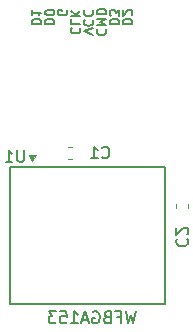
<source format=gbr>
G04 #@! TF.GenerationSoftware,KiCad,Pcbnew,(5.1.8)-1*
G04 #@! TF.CreationDate,2021-01-19T07:48:20+02:00*
G04 #@! TF.ProjectId,emmc-adapter,656d6d63-2d61-4646-9170-7465722e6b69,rev?*
G04 #@! TF.SameCoordinates,Original*
G04 #@! TF.FileFunction,Legend,Bot*
G04 #@! TF.FilePolarity,Positive*
%FSLAX46Y46*%
G04 Gerber Fmt 4.6, Leading zero omitted, Abs format (unit mm)*
G04 Created by KiCad (PCBNEW (5.1.8)-1) date 2021-01-19 07:48:20*
%MOMM*%
%LPD*%
G01*
G04 APERTURE LIST*
%ADD10C,0.150000*%
%ADD11C,0.127000*%
%ADD12C,0.100000*%
%ADD13C,0.120000*%
G04 APERTURE END LIST*
D10*
X122814285Y-80902380D02*
X122576190Y-81902380D01*
X122385714Y-81188095D01*
X122195238Y-81902380D01*
X121957142Y-80902380D01*
X121242857Y-81378571D02*
X121576190Y-81378571D01*
X121576190Y-81902380D02*
X121576190Y-80902380D01*
X121100000Y-80902380D01*
X120385714Y-81378571D02*
X120242857Y-81426190D01*
X120195238Y-81473809D01*
X120147619Y-81569047D01*
X120147619Y-81711904D01*
X120195238Y-81807142D01*
X120242857Y-81854761D01*
X120338095Y-81902380D01*
X120719047Y-81902380D01*
X120719047Y-80902380D01*
X120385714Y-80902380D01*
X120290476Y-80950000D01*
X120242857Y-80997619D01*
X120195238Y-81092857D01*
X120195238Y-81188095D01*
X120242857Y-81283333D01*
X120290476Y-81330952D01*
X120385714Y-81378571D01*
X120719047Y-81378571D01*
X119195238Y-80950000D02*
X119290476Y-80902380D01*
X119433333Y-80902380D01*
X119576190Y-80950000D01*
X119671428Y-81045238D01*
X119719047Y-81140476D01*
X119766666Y-81330952D01*
X119766666Y-81473809D01*
X119719047Y-81664285D01*
X119671428Y-81759523D01*
X119576190Y-81854761D01*
X119433333Y-81902380D01*
X119338095Y-81902380D01*
X119195238Y-81854761D01*
X119147619Y-81807142D01*
X119147619Y-81473809D01*
X119338095Y-81473809D01*
X118766666Y-81616666D02*
X118290476Y-81616666D01*
X118861904Y-81902380D02*
X118528571Y-80902380D01*
X118195238Y-81902380D01*
X117338095Y-81902380D02*
X117909523Y-81902380D01*
X117623809Y-81902380D02*
X117623809Y-80902380D01*
X117719047Y-81045238D01*
X117814285Y-81140476D01*
X117909523Y-81188095D01*
X116433333Y-80902380D02*
X116909523Y-80902380D01*
X116957142Y-81378571D01*
X116909523Y-81330952D01*
X116814285Y-81283333D01*
X116576190Y-81283333D01*
X116480952Y-81330952D01*
X116433333Y-81378571D01*
X116385714Y-81473809D01*
X116385714Y-81711904D01*
X116433333Y-81807142D01*
X116480952Y-81854761D01*
X116576190Y-81902380D01*
X116814285Y-81902380D01*
X116909523Y-81854761D01*
X116957142Y-81807142D01*
X116052380Y-80902380D02*
X115433333Y-80902380D01*
X115766666Y-81283333D01*
X115623809Y-81283333D01*
X115528571Y-81330952D01*
X115480952Y-81378571D01*
X115433333Y-81473809D01*
X115433333Y-81711904D01*
X115480952Y-81807142D01*
X115528571Y-81854761D01*
X115623809Y-81902380D01*
X115909523Y-81902380D01*
X116004761Y-81854761D01*
X116052380Y-81807142D01*
X114038095Y-56590476D02*
X114838095Y-56590476D01*
X114838095Y-56400000D01*
X114800000Y-56285714D01*
X114723809Y-56209523D01*
X114647619Y-56171428D01*
X114495238Y-56133333D01*
X114380952Y-56133333D01*
X114228571Y-56171428D01*
X114152380Y-56209523D01*
X114076190Y-56285714D01*
X114038095Y-56400000D01*
X114038095Y-56590476D01*
X114038095Y-55371428D02*
X114038095Y-55828571D01*
X114038095Y-55600000D02*
X114838095Y-55600000D01*
X114723809Y-55676190D01*
X114647619Y-55752380D01*
X114609523Y-55828571D01*
X115138095Y-56590476D02*
X115938095Y-56590476D01*
X115938095Y-56400000D01*
X115900000Y-56285714D01*
X115823809Y-56209523D01*
X115747619Y-56171428D01*
X115595238Y-56133333D01*
X115480952Y-56133333D01*
X115328571Y-56171428D01*
X115252380Y-56209523D01*
X115176190Y-56285714D01*
X115138095Y-56400000D01*
X115138095Y-56590476D01*
X115938095Y-55638095D02*
X115938095Y-55561904D01*
X115900000Y-55485714D01*
X115861904Y-55447619D01*
X115785714Y-55409523D01*
X115633333Y-55371428D01*
X115442857Y-55371428D01*
X115290476Y-55409523D01*
X115214285Y-55447619D01*
X115176190Y-55485714D01*
X115138095Y-55561904D01*
X115138095Y-55638095D01*
X115176190Y-55714285D01*
X115214285Y-55752380D01*
X115290476Y-55790476D01*
X115442857Y-55828571D01*
X115633333Y-55828571D01*
X115785714Y-55790476D01*
X115861904Y-55752380D01*
X115900000Y-55714285D01*
X115938095Y-55638095D01*
X117000000Y-55390476D02*
X117038095Y-55466666D01*
X117038095Y-55580952D01*
X117000000Y-55695238D01*
X116923809Y-55771428D01*
X116847619Y-55809523D01*
X116695238Y-55847619D01*
X116580952Y-55847619D01*
X116428571Y-55809523D01*
X116352380Y-55771428D01*
X116276190Y-55695238D01*
X116238095Y-55580952D01*
X116238095Y-55504761D01*
X116276190Y-55390476D01*
X116314285Y-55352380D01*
X116580952Y-55352380D01*
X116580952Y-55504761D01*
X117414285Y-56876190D02*
X117376190Y-56914285D01*
X117338095Y-57028571D01*
X117338095Y-57104761D01*
X117376190Y-57219047D01*
X117452380Y-57295238D01*
X117528571Y-57333333D01*
X117680952Y-57371428D01*
X117795238Y-57371428D01*
X117947619Y-57333333D01*
X118023809Y-57295238D01*
X118100000Y-57219047D01*
X118138095Y-57104761D01*
X118138095Y-57028571D01*
X118100000Y-56914285D01*
X118061904Y-56876190D01*
X117338095Y-56152380D02*
X117338095Y-56533333D01*
X118138095Y-56533333D01*
X117338095Y-55885714D02*
X118138095Y-55885714D01*
X117338095Y-55428571D02*
X117795238Y-55771428D01*
X118138095Y-55428571D02*
X117680952Y-55885714D01*
X119238095Y-57466666D02*
X118438095Y-57200000D01*
X119238095Y-56933333D01*
X118514285Y-56209523D02*
X118476190Y-56247619D01*
X118438095Y-56361904D01*
X118438095Y-56438095D01*
X118476190Y-56552380D01*
X118552380Y-56628571D01*
X118628571Y-56666666D01*
X118780952Y-56704761D01*
X118895238Y-56704761D01*
X119047619Y-56666666D01*
X119123809Y-56628571D01*
X119200000Y-56552380D01*
X119238095Y-56438095D01*
X119238095Y-56361904D01*
X119200000Y-56247619D01*
X119161904Y-56209523D01*
X118514285Y-55409523D02*
X118476190Y-55447619D01*
X118438095Y-55561904D01*
X118438095Y-55638095D01*
X118476190Y-55752380D01*
X118552380Y-55828571D01*
X118628571Y-55866666D01*
X118780952Y-55904761D01*
X118895238Y-55904761D01*
X119047619Y-55866666D01*
X119123809Y-55828571D01*
X119200000Y-55752380D01*
X119238095Y-55638095D01*
X119238095Y-55561904D01*
X119200000Y-55447619D01*
X119161904Y-55409523D01*
X119614285Y-57009523D02*
X119576190Y-57047619D01*
X119538095Y-57161904D01*
X119538095Y-57238095D01*
X119576190Y-57352380D01*
X119652380Y-57428571D01*
X119728571Y-57466666D01*
X119880952Y-57504761D01*
X119995238Y-57504761D01*
X120147619Y-57466666D01*
X120223809Y-57428571D01*
X120300000Y-57352380D01*
X120338095Y-57238095D01*
X120338095Y-57161904D01*
X120300000Y-57047619D01*
X120261904Y-57009523D01*
X119538095Y-56666666D02*
X120338095Y-56666666D01*
X119766666Y-56400000D01*
X120338095Y-56133333D01*
X119538095Y-56133333D01*
X119538095Y-55752380D02*
X120338095Y-55752380D01*
X120338095Y-55561904D01*
X120300000Y-55447619D01*
X120223809Y-55371428D01*
X120147619Y-55333333D01*
X119995238Y-55295238D01*
X119880952Y-55295238D01*
X119728571Y-55333333D01*
X119652380Y-55371428D01*
X119576190Y-55447619D01*
X119538095Y-55561904D01*
X119538095Y-55752380D01*
X120638095Y-56590476D02*
X121438095Y-56590476D01*
X121438095Y-56400000D01*
X121400000Y-56285714D01*
X121323809Y-56209523D01*
X121247619Y-56171428D01*
X121095238Y-56133333D01*
X120980952Y-56133333D01*
X120828571Y-56171428D01*
X120752380Y-56209523D01*
X120676190Y-56285714D01*
X120638095Y-56400000D01*
X120638095Y-56590476D01*
X121438095Y-55866666D02*
X121438095Y-55371428D01*
X121133333Y-55638095D01*
X121133333Y-55523809D01*
X121095238Y-55447619D01*
X121057142Y-55409523D01*
X120980952Y-55371428D01*
X120790476Y-55371428D01*
X120714285Y-55409523D01*
X120676190Y-55447619D01*
X120638095Y-55523809D01*
X120638095Y-55752380D01*
X120676190Y-55828571D01*
X120714285Y-55866666D01*
X121738095Y-56590476D02*
X122538095Y-56590476D01*
X122538095Y-56400000D01*
X122500000Y-56285714D01*
X122423809Y-56209523D01*
X122347619Y-56171428D01*
X122195238Y-56133333D01*
X122080952Y-56133333D01*
X121928571Y-56171428D01*
X121852380Y-56209523D01*
X121776190Y-56285714D01*
X121738095Y-56400000D01*
X121738095Y-56590476D01*
X122461904Y-55828571D02*
X122500000Y-55790476D01*
X122538095Y-55714285D01*
X122538095Y-55523809D01*
X122500000Y-55447619D01*
X122461904Y-55409523D01*
X122385714Y-55371428D01*
X122309523Y-55371428D01*
X122195238Y-55409523D01*
X121738095Y-55866666D01*
X121738095Y-55371428D01*
D11*
X125300000Y-68700000D02*
X112200000Y-68700000D01*
X125300000Y-80300000D02*
X112200000Y-80300000D01*
X112200000Y-80300000D02*
X112200000Y-68700000D01*
X125300000Y-80300000D02*
X125300000Y-68700000D01*
D12*
G36*
X114050000Y-68200000D02*
G01*
X114350000Y-67700000D01*
X113750000Y-67700000D01*
X114050000Y-68200000D01*
G37*
X114050000Y-68200000D02*
X114350000Y-67700000D01*
X113750000Y-67700000D01*
X114050000Y-68200000D01*
D13*
X127260000Y-72162779D02*
X127260000Y-71837221D01*
X126240000Y-72162779D02*
X126240000Y-71837221D01*
X117087221Y-68010000D02*
X117412779Y-68010000D01*
X117087221Y-66990000D02*
X117412779Y-66990000D01*
D10*
X113361904Y-67252380D02*
X113361904Y-68061904D01*
X113314285Y-68157142D01*
X113266666Y-68204761D01*
X113171428Y-68252380D01*
X112980952Y-68252380D01*
X112885714Y-68204761D01*
X112838095Y-68157142D01*
X112790476Y-68061904D01*
X112790476Y-67252380D01*
X111790476Y-68252380D02*
X112361904Y-68252380D01*
X112076190Y-68252380D02*
X112076190Y-67252380D01*
X112171428Y-67395238D01*
X112266666Y-67490476D01*
X112361904Y-67538095D01*
X126342857Y-74766666D02*
X126295238Y-74814285D01*
X126247619Y-74957142D01*
X126247619Y-75052380D01*
X126295238Y-75195238D01*
X126390476Y-75290476D01*
X126485714Y-75338095D01*
X126676190Y-75385714D01*
X126819047Y-75385714D01*
X127009523Y-75338095D01*
X127104761Y-75290476D01*
X127200000Y-75195238D01*
X127247619Y-75052380D01*
X127247619Y-74957142D01*
X127200000Y-74814285D01*
X127152380Y-74766666D01*
X127152380Y-74385714D02*
X127200000Y-74338095D01*
X127247619Y-74242857D01*
X127247619Y-74004761D01*
X127200000Y-73909523D01*
X127152380Y-73861904D01*
X127057142Y-73814285D01*
X126961904Y-73814285D01*
X126819047Y-73861904D01*
X126247619Y-74433333D01*
X126247619Y-73814285D01*
X119966666Y-67857142D02*
X120014285Y-67904761D01*
X120157142Y-67952380D01*
X120252380Y-67952380D01*
X120395238Y-67904761D01*
X120490476Y-67809523D01*
X120538095Y-67714285D01*
X120585714Y-67523809D01*
X120585714Y-67380952D01*
X120538095Y-67190476D01*
X120490476Y-67095238D01*
X120395238Y-67000000D01*
X120252380Y-66952380D01*
X120157142Y-66952380D01*
X120014285Y-67000000D01*
X119966666Y-67047619D01*
X119014285Y-67952380D02*
X119585714Y-67952380D01*
X119300000Y-67952380D02*
X119300000Y-66952380D01*
X119395238Y-67095238D01*
X119490476Y-67190476D01*
X119585714Y-67238095D01*
M02*

</source>
